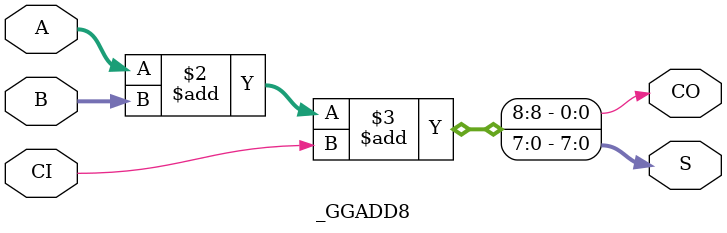
<source format=v>
module top;
  integer i;
  reg ci = 1'b0;
  reg [7:0] a,b;
  wire [7:0] s;
  wire co;

  initial
    $monitor("%4d: a=%d b=%d ci=%d - s=%d co=%d",$time,a,b,ci,s,co);

  initial
    for (i = 0;i < 2048;i = i + 127)
      begin
	{a,b} = i;
	#100;
      end

  _GGADD8 f(a,b,s,ci,co);

endmodule

module _GGADD8 (A, B, S, CI, CO);
input CI;
output CO;
input [7:0] A,B;
output [7:0] S;

  specify
    (A,B *> S) = 1;
    (A,B *> CO) = 1;
    (CI *> S) = 1;
    (CI *> CO) = 1;
  endspecify

  assign {CO,S} = A + B + CI;

endmodule

</source>
